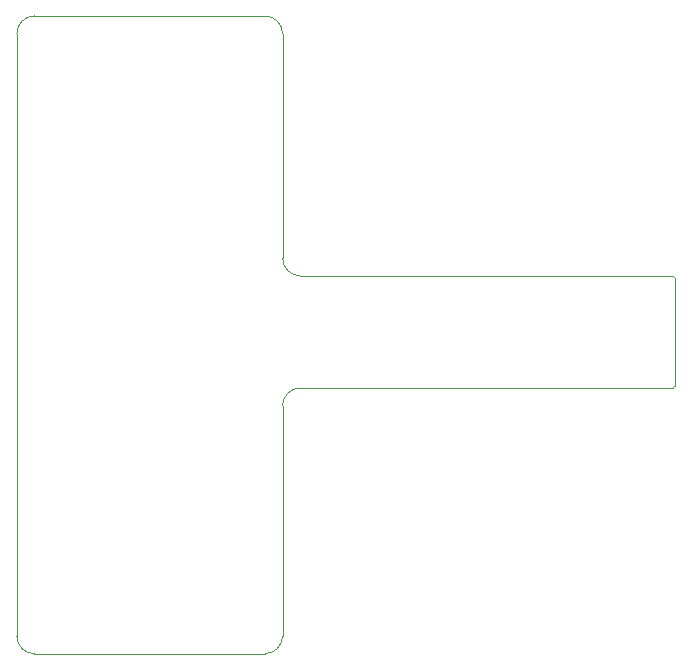
<source format=gbr>
G04 #@! TF.GenerationSoftware,KiCad,Pcbnew,9.0.5*
G04 #@! TF.CreationDate,2026-02-26T13:41:24-06:00*
G04 #@! TF.ProjectId,Flex PCB,466c6578-2050-4434-922e-6b696361645f,rev?*
G04 #@! TF.SameCoordinates,Original*
G04 #@! TF.FileFunction,Profile,NP*
%FSLAX46Y46*%
G04 Gerber Fmt 4.6, Leading zero omitted, Abs format (unit mm)*
G04 Created by KiCad (PCBNEW 9.0.5) date 2026-02-26 13:41:24*
%MOMM*%
%LPD*%
G01*
G04 APERTURE LIST*
G04 #@! TA.AperFunction,Profile*
%ADD10C,0.050000*%
G04 #@! TD*
G04 APERTURE END LIST*
D10*
X160000000Y-90500000D02*
G75*
G02*
X161500000Y-89000000I1500000J0D01*
G01*
X158500000Y-57500000D02*
X139000000Y-57500000D01*
X189750000Y-89000000D02*
X161500000Y-89000000D01*
X160000000Y-78000000D02*
X160000000Y-59000000D01*
X189750000Y-79500000D02*
X161500000Y-79500000D01*
X160000000Y-110000000D02*
X160000000Y-90500000D01*
X160000000Y-110000000D02*
G75*
G02*
X158500000Y-111500000I-1500000J0D01*
G01*
X139000000Y-111500000D02*
X158500000Y-111500000D01*
X158500000Y-57500000D02*
G75*
G02*
X160000000Y-59000000I0J-1500000D01*
G01*
X137500000Y-59000000D02*
X137500000Y-110000000D01*
X161500000Y-79500000D02*
G75*
G02*
X160000000Y-78000000I0J1500000D01*
G01*
X139000000Y-111500000D02*
G75*
G02*
X137500000Y-110000000I0J1500000D01*
G01*
X137500000Y-59000000D02*
G75*
G02*
X139000000Y-57500000I1500000J0D01*
G01*
G04 #@! TO.C,J1*
X189750000Y-79500000D02*
X193050000Y-79500000D01*
X189750000Y-89000000D02*
X193050000Y-89000000D01*
X193250000Y-88800000D02*
X193250000Y-79700000D01*
X193050000Y-79500000D02*
G75*
G02*
X193250000Y-79700000I0J-200000D01*
G01*
X193250000Y-88800000D02*
G75*
G02*
X193050000Y-89000000I-200001J1D01*
G01*
G04 #@! TD*
M02*

</source>
